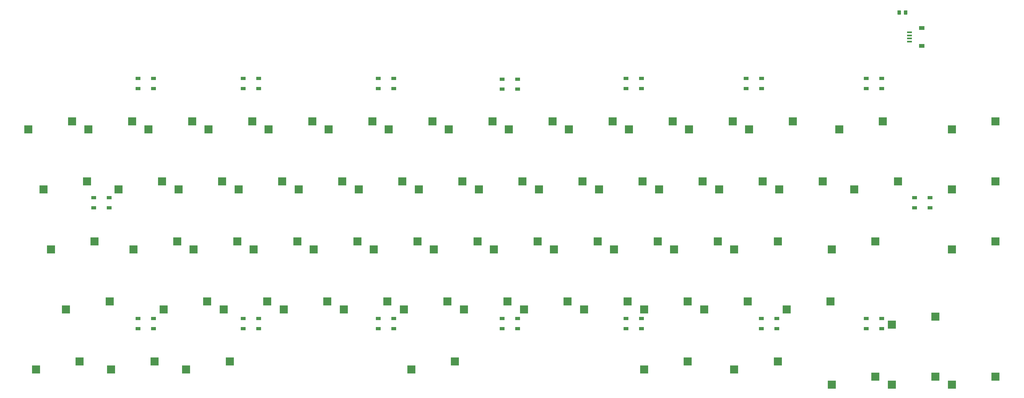
<source format=gbr>
%TF.GenerationSoftware,KiCad,Pcbnew,(5.1.6)-1*%
%TF.CreationDate,2020-09-27T15:32:01-04:00*%
%TF.ProjectId,keybored,6b657962-6f72-4656-942e-6b696361645f,rev?*%
%TF.SameCoordinates,Original*%
%TF.FileFunction,Paste,Bot*%
%TF.FilePolarity,Positive*%
%FSLAX46Y46*%
G04 Gerber Fmt 4.6, Leading zero omitted, Abs format (unit mm)*
G04 Created by KiCad (PCBNEW (5.1.6)-1) date 2020-09-27 15:32:01*
%MOMM*%
%LPD*%
G01*
G04 APERTURE LIST*
%ADD10R,1.500000X1.000000*%
%ADD11R,2.550000X2.500000*%
%ADD12R,1.800000X1.200000*%
%ADD13R,1.550000X0.600000*%
G04 APERTURE END LIST*
D10*
%TO.C,D71*%
X257243750Y-103175000D03*
X257243750Y-106375000D03*
X252343750Y-103175000D03*
X252343750Y-106375000D03*
%TD*%
%TO.C,D83*%
X213050000Y-106600000D03*
X213050000Y-103400000D03*
X217950000Y-106600000D03*
X217950000Y-103400000D03*
%TD*%
%TO.C,D82*%
X102462500Y-179375000D03*
X102462500Y-182575000D03*
X97562500Y-179375000D03*
X97562500Y-182575000D03*
%TD*%
%TO.C,D79*%
X130900000Y-182575000D03*
X130900000Y-179375000D03*
X135800000Y-182575000D03*
X135800000Y-179375000D03*
%TD*%
%TO.C,D78*%
X328543750Y-182575000D03*
X328543750Y-179375000D03*
X333443750Y-182575000D03*
X333443750Y-179375000D03*
%TD*%
%TO.C,D76*%
X178662500Y-179375000D03*
X178662500Y-182575000D03*
X173762500Y-179375000D03*
X173762500Y-182575000D03*
%TD*%
%TO.C,D75*%
X343850000Y-144200000D03*
X343850000Y-141000000D03*
X348750000Y-144200000D03*
X348750000Y-141000000D03*
%TD*%
%TO.C,D74*%
X97562500Y-106375000D03*
X97562500Y-103175000D03*
X102462500Y-106375000D03*
X102462500Y-103175000D03*
%TD*%
%TO.C,D73*%
X217950000Y-179375000D03*
X217950000Y-182575000D03*
X213050000Y-179375000D03*
X213050000Y-182575000D03*
%TD*%
%TO.C,D72*%
X328543750Y-106375000D03*
X328543750Y-103175000D03*
X333443750Y-106375000D03*
X333443750Y-103175000D03*
%TD*%
%TO.C,D70*%
X88350000Y-141000000D03*
X88350000Y-144200000D03*
X83450000Y-141000000D03*
X83450000Y-144200000D03*
%TD*%
%TO.C,D69*%
X252343750Y-182575000D03*
X252343750Y-179375000D03*
X257243750Y-182575000D03*
X257243750Y-179375000D03*
%TD*%
%TO.C,D68*%
X295343750Y-103175000D03*
X295343750Y-106375000D03*
X290443750Y-103175000D03*
X290443750Y-106375000D03*
%TD*%
D11*
%TO.C,K66*%
X355660000Y-157480000D03*
X369510000Y-154940000D03*
%TD*%
%TO.C,K65*%
X355660000Y-138430000D03*
X369510000Y-135890000D03*
%TD*%
%TO.C,K64*%
X350460000Y-178752500D03*
X336610000Y-181292500D03*
%TD*%
%TO.C,K63*%
X355660000Y-200342500D03*
X369510000Y-197802500D03*
%TD*%
%TO.C,K62*%
X350460000Y-197802500D03*
X336610000Y-200342500D03*
%TD*%
%TO.C,K61*%
X331410000Y-197802500D03*
X317560000Y-200342500D03*
%TD*%
%TO.C,K60*%
X369510000Y-116840000D03*
X355660000Y-119380000D03*
%TD*%
%TO.C,K59*%
X300453750Y-193040000D03*
X286603750Y-195580000D03*
%TD*%
%TO.C,K58*%
X258028750Y-195580000D03*
X271878750Y-193040000D03*
%TD*%
%TO.C,K57*%
X184210000Y-195580000D03*
X198060000Y-193040000D03*
%TD*%
%TO.C,K56*%
X112772500Y-195580000D03*
X126622500Y-193040000D03*
%TD*%
%TO.C,K55*%
X102810000Y-193040000D03*
X88960000Y-195580000D03*
%TD*%
%TO.C,K54*%
X78997500Y-193040000D03*
X65147500Y-195580000D03*
%TD*%
%TO.C,K53*%
X317122500Y-173990000D03*
X303272500Y-176530000D03*
%TD*%
%TO.C,K52*%
X290928750Y-173990000D03*
X277078750Y-176530000D03*
%TD*%
%TO.C,K51*%
X271878750Y-173990000D03*
X258028750Y-176530000D03*
%TD*%
%TO.C,K50*%
X238978750Y-176530000D03*
X252828750Y-173990000D03*
%TD*%
%TO.C,K49*%
X219928750Y-176530000D03*
X233778750Y-173990000D03*
%TD*%
%TO.C,K48*%
X200878750Y-176530000D03*
X214728750Y-173990000D03*
%TD*%
%TO.C,K47*%
X181828750Y-176530000D03*
X195678750Y-173990000D03*
%TD*%
%TO.C,K46*%
X176628750Y-173990000D03*
X162778750Y-176530000D03*
%TD*%
%TO.C,K45*%
X143728750Y-176530000D03*
X157578750Y-173990000D03*
%TD*%
%TO.C,K44*%
X124678750Y-176530000D03*
X138528750Y-173990000D03*
%TD*%
%TO.C,K43*%
X119478750Y-173990000D03*
X105628750Y-176530000D03*
%TD*%
%TO.C,K42*%
X88522500Y-173990000D03*
X74672500Y-176530000D03*
%TD*%
%TO.C,K41*%
X317560000Y-157480000D03*
X331410000Y-154940000D03*
%TD*%
%TO.C,K40*%
X300453750Y-154940000D03*
X286603750Y-157480000D03*
%TD*%
%TO.C,K39*%
X281403750Y-154940000D03*
X267553750Y-157480000D03*
%TD*%
%TO.C,K38*%
X262353750Y-154940000D03*
X248503750Y-157480000D03*
%TD*%
%TO.C,K37*%
X229453750Y-157480000D03*
X243303750Y-154940000D03*
%TD*%
%TO.C,K36*%
X224253750Y-154940000D03*
X210403750Y-157480000D03*
%TD*%
%TO.C,K35*%
X191353750Y-157480000D03*
X205203750Y-154940000D03*
%TD*%
%TO.C,K34*%
X186153750Y-154940000D03*
X172303750Y-157480000D03*
%TD*%
%TO.C,K33*%
X167103750Y-154940000D03*
X153253750Y-157480000D03*
%TD*%
%TO.C,K32*%
X148053750Y-154940000D03*
X134203750Y-157480000D03*
%TD*%
%TO.C,K31*%
X129003750Y-154940000D03*
X115153750Y-157480000D03*
%TD*%
%TO.C,K30*%
X96103750Y-157480000D03*
X109953750Y-154940000D03*
%TD*%
%TO.C,K29*%
X83760000Y-154940000D03*
X69910000Y-157480000D03*
%TD*%
%TO.C,K28*%
X324703750Y-138430000D03*
X338553750Y-135890000D03*
%TD*%
%TO.C,K27*%
X300891250Y-138430000D03*
X314741250Y-135890000D03*
%TD*%
%TO.C,K25*%
X276641250Y-135890000D03*
X262791250Y-138430000D03*
%TD*%
%TO.C,K24*%
X243741250Y-138430000D03*
X257591250Y-135890000D03*
%TD*%
%TO.C,K23*%
X224691250Y-138430000D03*
X238541250Y-135890000D03*
%TD*%
%TO.C,K22*%
X219491250Y-135890000D03*
X205641250Y-138430000D03*
%TD*%
%TO.C,K21*%
X200441250Y-135890000D03*
X186591250Y-138430000D03*
%TD*%
%TO.C,K20*%
X167541250Y-138430000D03*
X181391250Y-135890000D03*
%TD*%
%TO.C,K19*%
X148491250Y-138430000D03*
X162341250Y-135890000D03*
%TD*%
%TO.C,K18*%
X129441250Y-138430000D03*
X143291250Y-135890000D03*
%TD*%
%TO.C,K17*%
X110391250Y-138430000D03*
X124241250Y-135890000D03*
%TD*%
%TO.C,K16*%
X105191250Y-135890000D03*
X91341250Y-138430000D03*
%TD*%
%TO.C,K15*%
X67528750Y-138430000D03*
X81378750Y-135890000D03*
%TD*%
%TO.C,K14*%
X319941250Y-119380000D03*
X333791250Y-116840000D03*
%TD*%
%TO.C,K13*%
X291366250Y-119380000D03*
X305216250Y-116840000D03*
%TD*%
%TO.C,K11*%
X253266250Y-119380000D03*
X267116250Y-116840000D03*
%TD*%
%TO.C,K6*%
X171866250Y-116840000D03*
X158016250Y-119380000D03*
%TD*%
%TO.C,K5*%
X138966250Y-119380000D03*
X152816250Y-116840000D03*
%TD*%
%TO.C,K3*%
X114716250Y-116840000D03*
X100866250Y-119380000D03*
%TD*%
%TO.C,K10*%
X234216250Y-119380000D03*
X248066250Y-116840000D03*
%TD*%
%TO.C,K2*%
X95666250Y-116840000D03*
X81816250Y-119380000D03*
%TD*%
%TO.C,K9*%
X215166250Y-119380000D03*
X229016250Y-116840000D03*
%TD*%
%TO.C,K8*%
X209966250Y-116840000D03*
X196116250Y-119380000D03*
%TD*%
%TO.C,K26*%
X295691250Y-135890000D03*
X281841250Y-138430000D03*
%TD*%
%TO.C,K1*%
X62766250Y-119380000D03*
X76616250Y-116840000D03*
%TD*%
%TO.C,K7*%
X190916250Y-116840000D03*
X177066250Y-119380000D03*
%TD*%
%TO.C,K12*%
X286166250Y-116840000D03*
X272316250Y-119380000D03*
%TD*%
D10*
%TO.C,D81*%
X295206250Y-182575000D03*
X295206250Y-179375000D03*
X300106250Y-182575000D03*
X300106250Y-179375000D03*
%TD*%
%TO.C,D77*%
X135800000Y-103175000D03*
X135800000Y-106375000D03*
X130900000Y-103175000D03*
X130900000Y-106375000D03*
%TD*%
D11*
%TO.C,K4*%
X119916250Y-119380000D03*
X133766250Y-116840000D03*
%TD*%
D10*
%TO.C,D80*%
X173762500Y-106375000D03*
X173762500Y-103175000D03*
X178662500Y-106375000D03*
X178662500Y-103175000D03*
%TD*%
D12*
%TO.C,REF\u002A\u002A*%
X346100000Y-92800000D03*
X346100000Y-87200000D03*
D13*
X342225000Y-88500000D03*
X342225000Y-89500000D03*
X342225000Y-91500000D03*
X342225000Y-90500000D03*
%TD*%
%TO.C,REF\u002A\u002A*%
G36*
G01*
X340425000Y-82700450D02*
X340425000Y-81799550D01*
G75*
G02*
X340674550Y-81550000I249550J0D01*
G01*
X341325450Y-81550000D01*
G75*
G02*
X341575000Y-81799550I0J-249550D01*
G01*
X341575000Y-82700450D01*
G75*
G02*
X341325450Y-82950000I-249550J0D01*
G01*
X340674550Y-82950000D01*
G75*
G02*
X340425000Y-82700450I0J249550D01*
G01*
G37*
G36*
G01*
X338375000Y-82700450D02*
X338375000Y-81799550D01*
G75*
G02*
X338624550Y-81550000I249550J0D01*
G01*
X339275450Y-81550000D01*
G75*
G02*
X339525000Y-81799550I0J-249550D01*
G01*
X339525000Y-82700450D01*
G75*
G02*
X339275450Y-82950000I-249550J0D01*
G01*
X338624550Y-82950000D01*
G75*
G02*
X338375000Y-82700450I0J249550D01*
G01*
G37*
%TD*%
M02*

</source>
